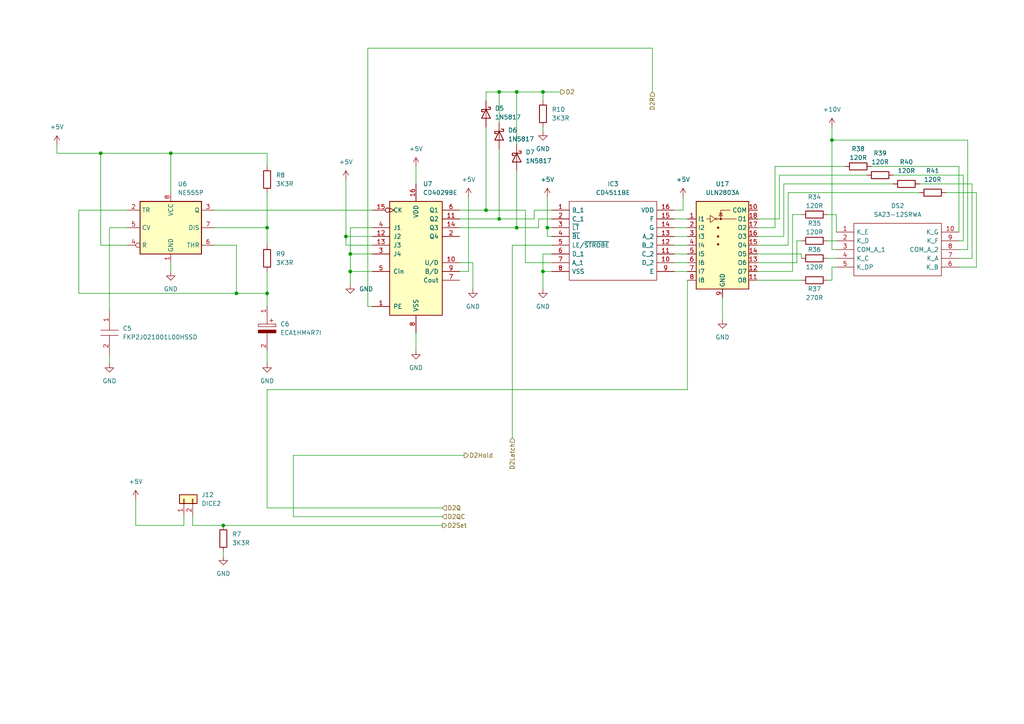
<source format=kicad_sch>
(kicad_sch (version 20211123) (generator eeschema)
  (paper "A4")
  (lib_symbols
    (symbol "4xxx:4029" (pin_names (offset 1.016))
      (property "Reference" "U" (at -7.62 16.51 0))
      (property "Value" "4029" (at -7.62 -19.05 0))
      (symbol "4029_1_0"
        (pin input line (at -12.7 -15.24 0) (length 5.08) (name "PE") (number "1"))
        (pin input line (at 12.7 -2.54 180) (length 5.08) (name "U/D") (number "10"))
        (pin output line (at 12.7 10.16 180) (length 5.08) (name "Q2") (number "11"))
        (pin input line (at -12.7 5.08 0) (length 5.08) (name "J2") (number "12"))
        (pin input line (at -12.7 2.54 0) (length 5.08) (name "J3") (number "13"))
        (pin output line (at 12.7 7.62 180) (length 5.08) (name "Q3") (number "14"))
        (pin input inverted_clock (at -12.7 12.7 0) (length 5.08) (name "CK") (number "15"))
        (pin power_in line (at 0 20.32 270) (length 5.08) (name "VDD") (number "16"))
        (pin output line (at 12.7 5.08 180) (length 5.08) (name "Q4") (number "2"))
        (pin input line (at -12.7 0 0) (length 5.08) (name "J4") (number "3"))
        (pin input line (at -12.7 7.62 0) (length 5.08) (name "J1") (number "4"))
        (pin input line (at -12.7 -5.08 0) (length 5.08) (name "Cin") (number "5"))
        (pin output line (at 12.7 12.7 180) (length 5.08) (name "Q1") (number "6"))
        (pin output line (at 12.7 -7.62 180) (length 5.08) (name "Cout") (number "7"))
        (pin power_in line (at 0 -22.86 90) (length 5.08) (name "VSS") (number "8"))
        (pin input line (at 12.7 -5.08 180) (length 5.08) (name "B/D") (number "9"))
      )
      (symbol "4029_1_1"
        (rectangle (start -7.62 15.24) (end 7.62 -17.78) (stroke (width 0.254)) (fill (type background)))
      )
    )
    (symbol "Connector_Generic:Conn_01x02" (pin_names (offset 1.016) hide)
      (property "Reference" "J" (at 0 2.54 0))
      (property "Value" "Conn_01x02" (at 0 -5.08 0))
      (symbol "Conn_01x02_1_1"
        (rectangle (start -1.27 -2.413) (end 0 -2.667) (stroke (width 0.1524)))
        (rectangle (start -1.27 0.127) (end 0 -0.127) (stroke (width 0.1524)))
        (rectangle (start -1.27 1.27) (end 1.27 -3.81) (stroke (width 0.254)) (fill (type background)))
        (pin passive line (at -5.08 0 0) (length 3.81) (name "Pin_1") (number "1"))
        (pin passive line (at -5.08 -2.54 0) (length 3.81) (name "Pin_2") (number "2"))
      )
    )
    (symbol "Device:R" (pin_numbers hide) (pin_names (offset 0))
      (property "Reference" "R" (at 2.032 0 90))
      (property "Value" "R" (at 0 0 90))
      (symbol "R_0_1"
        (rectangle (start -1.016 -2.54) (end 1.016 2.54) (stroke (width 0.254)))
      )
      (symbol "R_1_1"
        (pin passive line (at 0 3.81 270) (length 1.27) (name "~") (number "1"))
        (pin passive line (at 0 -3.81 90) (length 1.27) (name "~") (number "2"))
      )
    )
    (symbol "Diode:1N5817" (pin_numbers hide) (pin_names (offset 1.016) hide)
      (property "Reference" "D" (at 0 2.54 0))
      (property "Value" "1N5817" (at 0 -2.54 0))
      (symbol "1N5817_0_1"
        (polyline (pts (xy 1.27 0) (xy -1.27 0)))
        (polyline (pts (xy 1.27 1.27) (xy 1.27 -1.27) (xy -1.27 0) (xy 1.27 1.27)) (stroke (width 0.254)))
        (polyline (pts (xy -1.905 0.635) (xy -1.905 1.27) (xy -1.27 1.27) (xy -1.27 -1.27) (xy -0.635 -1.27) (xy -0.635 -0.635)) (stroke (width 0.254)))
      )
      (symbol "1N5817_1_1"
        (pin passive line (at -3.81 0 0) (length 2.54) (name "K") (number "1"))
        (pin passive line (at 3.81 0 180) (length 2.54) (name "A") (number "2"))
      )
    )
    (symbol "SamacSys_Parts:CD4511BE" (pin_names (offset 0.762))
      (property "Reference" "IC" (at 31.75 7.62 0))
      (property "Value" "CD4511BE" (at 31.75 5.08 0))
      (symbol "CD4511BE_0_0"
        (pin passive line (at 0 0 0) (length 5.08) (name "B_1") (number "1"))
        (pin passive line (at 35.56 -15.24 180) (length 5.08) (name "D_2") (number "10"))
        (pin passive line (at 35.56 -12.7 180) (length 5.08) (name "C_2") (number "11"))
        (pin passive line (at 35.56 -10.16 180) (length 5.08) (name "B_2") (number "12"))
        (pin passive line (at 35.56 -7.62 180) (length 5.08) (name "A_2") (number "13"))
        (pin passive line (at 35.56 -5.08 180) (length 5.08) (name "G") (number "14"))
        (pin passive line (at 35.56 -2.54 180) (length 5.08) (name "F") (number "15"))
        (pin passive line (at 35.56 0 180) (length 5.08) (name "VDD") (number "16"))
        (pin passive line (at 0 -2.54 0) (length 5.08) (name "C_1") (number "2"))
        (pin passive line (at 0 -5.08 0) (length 5.08) (name "~{LT}") (number "3"))
        (pin passive line (at 0 -7.62 0) (length 5.08) (name "~{BL}") (number "4"))
        (pin passive line (at 0 -10.16 0) (length 5.08) (name "LE/~{STROBE}") (number "5"))
        (pin passive line (at 0 -12.7 0) (length 5.08) (name "D_1") (number "6"))
        (pin passive line (at 0 -15.24 0) (length 5.08) (name "A_1") (number "7"))
        (pin passive line (at 0 -17.78 0) (length 5.08) (name "VSS") (number "8"))
        (pin passive line (at 35.56 -17.78 180) (length 5.08) (name "E") (number "9"))
      )
      (symbol "CD4511BE_0_1"
        (polyline (pts (xy 5.08 2.54) (xy 30.48 2.54) (xy 30.48 -20.32) (xy 5.08 -20.32) (xy 5.08 2.54)) (stroke (width 0.1524)))
      )
    )
    (symbol "SamacSys_Parts:ECA1HM4R7I" (pin_names (offset 0.762))
      (property "Reference" "C" (at 8.89 6.35 0))
      (property "Value" "ECA1HM4R7I" (at 8.89 3.81 0))
      (symbol "ECA1HM4R7I_0_0"
        (pin passive line (at 0 0 0) (length 2.54) (name "~") (number "1"))
        (pin passive line (at 12.7 0 180) (length 2.54) (name "~") (number "2"))
      )
      (symbol "ECA1HM4R7I_0_1"
        (polyline (pts (xy 2.54 0) (xy 5.08 0)) (stroke (width 0.1524)))
        (polyline (pts (xy 4.064 1.778) (xy 4.064 0.762)) (stroke (width 0.1524)))
        (polyline (pts (xy 4.572 1.27) (xy 3.556 1.27)) (stroke (width 0.1524)))
        (polyline (pts (xy 7.62 0) (xy 10.16 0)) (stroke (width 0.1524)))
        (polyline (pts (xy 5.08 2.54) (xy 5.08 -2.54) (xy 5.842 -2.54) (xy 5.842 2.54) (xy 5.08 2.54)) (stroke (width 0.1524)))
        (polyline (pts (xy 7.62 2.54) (xy 7.62 -2.54) (xy 6.858 -2.54) (xy 6.858 2.54) (xy 7.62 2.54)) (stroke (width 0.254)) (fill (type outline)))
      )
    )
    (symbol "SamacSys_Parts:FKP2J021001L00HSSD" (pin_names (offset 0.762))
      (property "Reference" "C" (at 8.89 6.35 0))
      (property "Value" "FKP2J021001L00HSSD" (at 8.89 3.81 0))
      (symbol "FKP2J021001L00HSSD_0_0"
        (pin passive line (at 0 0 0) (length 5.08) (name "~") (number "1"))
        (pin passive line (at 12.7 0 180) (length 5.08) (name "~") (number "2"))
      )
      (symbol "FKP2J021001L00HSSD_0_1"
        (polyline (pts (xy 5.08 0) (xy 5.588 0)) (stroke (width 0.1524)))
        (polyline (pts (xy 5.588 2.54) (xy 5.588 -2.54)) (stroke (width 0.1524)))
        (polyline (pts (xy 7.112 0) (xy 7.62 0)) (stroke (width 0.1524)))
        (polyline (pts (xy 7.112 2.54) (xy 7.112 -2.54)) (stroke (width 0.1524)))
      )
    )
    (symbol "Timer:NE555P"
      (property "Reference" "U" (at -10.16 8.89 0))
      (property "Value" "NE555P" (at 2.54 8.89 0))
      (symbol "NE555P_0_0"
        (pin power_in line (at 0 -10.16 90) (length 2.54) (name "GND") (number "1"))
        (pin power_in line (at 0 10.16 270) (length 2.54) (name "VCC") (number "8"))
      )
      (symbol "NE555P_0_1"
        (rectangle (start -8.89 -7.62) (end 8.89 7.62) (stroke (width 0.254)) (fill (type background)))
        (rectangle (start -8.89 -7.62) (end 8.89 7.62) (stroke (width 0.254)) (fill (type background)))
      )
      (symbol "NE555P_1_1"
        (pin input line (at -12.7 5.08 0) (length 3.81) (name "TR") (number "2"))
        (pin output line (at 12.7 5.08 180) (length 3.81) (name "Q") (number "3"))
        (pin input inverted (at -12.7 -5.08 0) (length 3.81) (name "R") (number "4"))
        (pin input line (at -12.7 0 0) (length 3.81) (name "CV") (number "5"))
        (pin input line (at 12.7 -5.08 180) (length 3.81) (name "THR") (number "6"))
        (pin input line (at 12.7 0 180) (length 3.81) (name "DIS") (number "7"))
      )
    )
    (symbol "Transistor_Array:ULN2803A"
      (property "Reference" "U" (at 0 13.335 0))
      (property "Value" "ULN2803A" (at 0 11.43 0))
      (symbol "ULN2803A_0_1"
        (rectangle (start -7.62 -15.24) (end 7.62 10.16) (stroke (width 0.254)) (fill (type background)))
        (circle (center -1.778 5.08) (radius 0.254))
        (circle (center -1.27 -2.286) (radius 0.254) (fill (type outline)))
        (circle (center -1.27 0) (radius 0.254) (fill (type outline)))
        (circle (center -1.27 2.54) (radius 0.254) (fill (type outline)))
        (circle (center -0.508 5.08) (radius 0.254) (fill (type outline)))
        (polyline (pts (xy -4.572 5.08) (xy -3.556 5.08)))
        (polyline (pts (xy -1.524 5.08) (xy 4.064 5.08)))
        (polyline (pts (xy 0 6.731) (xy -1.016 6.731)))
        (polyline (pts (xy -0.508 5.08) (xy -0.508 7.62) (xy 2.286 7.62)))
        (polyline (pts (xy -3.556 6.096) (xy -3.556 4.064) (xy -2.032 5.08) (xy -3.556 6.096)))
        (polyline (pts (xy 0 5.969) (xy -1.016 5.969) (xy -0.508 6.731) (xy 0 5.969)))
      )
      (symbol "ULN2803A_1_1"
        (pin input line (at -10.16 5.08 0) (length 2.54) (name "I1") (number "1"))
        (pin passive line (at 10.16 7.62 180) (length 2.54) (name "COM") (number "10"))
        (pin open_collector line (at 10.16 -12.7 180) (length 2.54) (name "O8") (number "11"))
        (pin open_collector line (at 10.16 -10.16 180) (length 2.54) (name "O7") (number "12"))
        (pin open_collector line (at 10.16 -7.62 180) (length 2.54) (name "O6") (number "13"))
        (pin open_collector line (at 10.16 -5.08 180) (length 2.54) (name "O5") (number "14"))
        (pin open_collector line (at 10.16 -2.54 180) (length 2.54) (name "O4") (number "15"))
        (pin open_collector line (at 10.16 0 180) (length 2.54) (name "O3") (number "16"))
        (pin open_collector line (at 10.16 2.54 180) (length 2.54) (name "O2") (number "17"))
        (pin open_collector line (at 10.16 5.08 180) (length 2.54) (name "O1") (number "18"))
        (pin input line (at -10.16 2.54 0) (length 2.54) (name "I2") (number "2"))
        (pin input line (at -10.16 0 0) (length 2.54) (name "I3") (number "3"))
        (pin input line (at -10.16 -2.54 0) (length 2.54) (name "I4") (number "4"))
        (pin input line (at -10.16 -5.08 0) (length 2.54) (name "I5") (number "5"))
        (pin input line (at -10.16 -7.62 0) (length 2.54) (name "I6") (number "6"))
        (pin input line (at -10.16 -10.16 0) (length 2.54) (name "I7") (number "7"))
        (pin input line (at -10.16 -12.7 0) (length 2.54) (name "I8") (number "8"))
        (pin power_in line (at 0 -17.78 90) (length 2.54) (name "GND") (number "9"))
      )
    )
    (symbol "power:+10V" (power) (pin_names (offset 0))
      (property "Value" "+10V" (at 0 3.556 0))
      (symbol "+10V_0_1"
        (polyline (pts (xy -0.762 1.27) (xy 0 2.54)))
        (polyline (pts (xy 0 0) (xy 0 2.54)))
        (polyline (pts (xy 0 2.54) (xy 0.762 1.27)))
      )
      (symbol "+10V_1_1"
        (pin power_in line (at 0 0 90) (length 0) hide (name "+10V") (number "1"))
      )
    )
    (symbol "power:+5V" (power) (pin_names (offset 0))
      (property "Value" "+5V" (at 0 3.556 0))
      (symbol "+5V_0_1"
        (polyline (pts (xy -0.762 1.27) (xy 0 2.54)))
        (polyline (pts (xy 0 0) (xy 0 2.54)))
        (polyline (pts (xy 0 2.54) (xy 0.762 1.27)))
      )
      (symbol "+5V_1_1"
        (pin power_in line (at 0 0 90) (length 0) hide (name "+5V") (number "1"))
      )
    )
    (symbol "power:GND" (power) (pin_names (offset 0))
      (property "Value" "GND" (at 0 -3.81 0))
      (symbol "GND_0_1"
        (polyline (pts (xy 0 0) (xy 0 -1.27) (xy 1.27 -1.27) (xy 0 -2.54) (xy -1.27 -1.27) (xy 0 -1.27)))
      )
      (symbol "GND_1_1"
        (pin power_in line (at 0 0 270) (length 0) hide (name "GND") (number "1"))
      )
    )
    (symbol "self:SA23-12SRWA" (pin_names (offset 0.762))
      (property "Reference" "DS2" (at 17.78 7.62 0))
      (property "Value" "SA23-12SRWA" (at 17.78 5.08 0))
      (symbol "SA23-12SRWA_0_0"
        (pin passive line (at 0 0 0) (length 5.08) (name "K_E") (number "1"))
        (pin passive line (at 35.56 0 180) (length 5.08) (name "K_G") (number "10"))
        (pin passive line (at 0 -2.54 0) (length 5.08) (name "K_D") (number "2"))
        (pin passive line (at 0 -5.08 0) (length 5.08) (name "COM_A_1") (number "3"))
        (pin passive line (at 0 -7.62 0) (length 5.08) (name "K_C") (number "4"))
        (pin passive line (at 0 -10.16 0) (length 5.08) (name "K_DP") (number "5"))
        (pin passive line (at 35.56 -10.16 180) (length 5.08) (name "K_B") (number "6"))
        (pin passive line (at 35.56 -7.62 180) (length 5.08) (name "K_A") (number "7"))
        (pin passive line (at 35.56 -5.08 180) (length 5.08) (name "COM_A_2") (number "8"))
        (pin passive line (at 35.56 -2.54 180) (length 5.08) (name "K_F") (number "9"))
      )
      (symbol "SA23-12SRWA_0_1"
        (polyline (pts (xy 5.08 2.54) (xy 30.48 2.54) (xy 30.48 -12.7) (xy 5.08 -12.7) (xy 5.08 2.54)) (stroke (width 0.1524)))
      )
    )
  )
  (junction (at 157.48 26.67))
  (junction (at 101.6 73.66))
  (junction (at 149.86 66.04))
  (junction (at 100.33 68.58))
  (junction (at 49.53 44.45))
  (junction (at 77.47 85.09))
  (junction (at 149.86 26.67))
  (junction (at 140.97 60.96))
  (junction (at 77.47 66.04))
  (junction (at 64.77 152.4))
  (junction (at 158.75 66.04))
  (junction (at 157.48 78.74))
  (junction (at 68.58 85.09))
  (junction (at 101.6 78.74))
  (junction (at 241.3 40.64))
  (junction (at 144.78 26.67))
  (junction (at 29.21 44.45))
  (junction (at 144.78 63.5))
  (wire (pts (xy 199.39 78.74) (xy 195.58 78.74)))
  (wire (pts (xy 144.78 26.67) (xy 149.86 26.67)))
  (wire (pts (xy 77.47 66.04) (xy 77.47 71.12)))
  (wire (pts (xy 149.86 26.67) (xy 157.48 26.67)))
  (wire (pts (xy 133.35 60.96) (xy 140.97 60.96)))
  (wire (pts (xy 101.6 78.74) (xy 107.95 78.74)))
  (wire (pts (xy 227.33 53.34) (xy 227.33 68.58)))
  (wire (pts (xy 232.41 73.66) (xy 219.71 73.66)))
  (wire (pts (xy 55.88 152.4) (xy 55.88 149.86)))
  (wire (pts (xy 64.77 152.4) (xy 128.27 152.4)))
  (wire (pts (xy 55.88 152.4) (xy 64.77 152.4)))
  (wire (pts (xy 224.79 66.04) (xy 219.71 66.04)))
  (wire (pts (xy 156.21 63.5) (xy 160.02 63.5)))
  (wire (pts (xy 77.47 85.09) (xy 68.58 85.09)))
  (wire (pts (xy 224.79 48.26) (xy 224.79 66.04)))
  (wire (pts (xy 49.53 44.45) (xy 49.53 55.88)))
  (wire (pts (xy 158.75 66.04) (xy 160.02 66.04)))
  (wire (pts (xy 281.94 53.34) (xy 266.7 53.34)))
  (wire (pts (xy 149.86 41.91) (xy 149.86 26.67)))
  (wire (pts (xy 228.6 55.88) (xy 228.6 71.12)))
  (wire (pts (xy 219.71 81.28) (xy 232.41 81.28)))
  (wire (pts (xy 106.68 13.97) (xy 106.68 88.9)))
  (wire (pts (xy 77.47 78.74) (xy 77.47 85.09)))
  (wire (pts (xy 157.48 78.74) (xy 157.48 83.82)))
  (wire (pts (xy 231.14 76.2) (xy 219.71 76.2)))
  (wire (pts (xy 49.53 44.45) (xy 77.47 44.45)))
  (wire (pts (xy 144.78 35.56) (xy 144.78 26.67)))
  (wire (pts (xy 100.33 52.07) (xy 100.33 68.58)))
  (wire (pts (xy 68.58 71.12) (xy 68.58 85.09)))
  (wire (pts (xy 120.65 48.26) (xy 120.65 53.34)))
  (wire (pts (xy 135.89 78.74) (xy 133.35 78.74)))
  (wire (pts (xy 199.39 73.66) (xy 195.58 73.66)))
  (wire (pts (xy 279.4 50.8) (xy 259.08 50.8)))
  (wire (pts (xy 242.57 62.23) (xy 242.57 67.31)))
  (wire (pts (xy 77.47 147.32) (xy 77.47 113.03)))
  (wire (pts (xy 16.51 44.45) (xy 29.21 44.45)))
  (wire (pts (xy 53.34 149.86) (xy 53.34 152.4)))
  (wire (pts (xy 49.53 76.2) (xy 49.53 78.74)))
  (wire (pts (xy 39.37 152.4) (xy 53.34 152.4)))
  (wire (pts (xy 158.75 68.58) (xy 158.75 66.04)))
  (wire (pts (xy 198.12 60.96) (xy 195.58 60.96)))
  (wire (pts (xy 144.78 43.18) (xy 144.78 63.5)))
  (wire (pts (xy 240.03 62.23) (xy 242.57 62.23)))
  (wire (pts (xy 62.23 60.96) (xy 107.95 60.96)))
  (wire (pts (xy 160.02 68.58) (xy 158.75 68.58)))
  (wire (pts (xy 278.13 74.93) (xy 281.94 74.93)))
  (wire (pts (xy 133.35 66.04) (xy 149.86 66.04)))
  (wire (pts (xy 240.03 81.28) (xy 241.3 81.28)))
  (wire (pts (xy 77.47 85.09) (xy 77.47 88.9)))
  (wire (pts (xy 227.33 68.58) (xy 219.71 68.58)))
  (wire (pts (xy 245.11 48.26) (xy 224.79 48.26)))
  (wire (pts (xy 100.33 71.12) (xy 100.33 68.58)))
  (wire (pts (xy 140.97 29.21) (xy 140.97 26.67)))
  (wire (pts (xy 77.47 147.32) (xy 128.27 147.32)))
  (wire (pts (xy 62.23 66.04) (xy 77.47 66.04)))
  (wire (pts (xy 140.97 26.67) (xy 144.78 26.67)))
  (wire (pts (xy 29.21 71.12) (xy 29.21 44.45)))
  (wire (pts (xy 16.51 41.91) (xy 16.51 44.45)))
  (wire (pts (xy 228.6 71.12) (xy 219.71 71.12)))
  (wire (pts (xy 36.83 71.12) (xy 29.21 71.12)))
  (wire (pts (xy 232.41 74.93) (xy 232.41 73.66)))
  (wire (pts (xy 241.3 77.47) (xy 241.3 81.28)))
  (wire (pts (xy 232.41 69.85) (xy 231.14 69.85)))
  (wire (pts (xy 64.77 160.02) (xy 64.77 161.29)))
  (wire (pts (xy 226.06 63.5) (xy 219.71 63.5)))
  (wire (pts (xy 199.39 63.5) (xy 195.58 63.5)))
  (wire (pts (xy 242.57 74.93) (xy 240.03 74.93)))
  (wire (pts (xy 229.87 62.23) (xy 229.87 78.74)))
  (wire (pts (xy 157.48 26.67) (xy 162.56 26.67)))
  (wire (pts (xy 266.7 55.88) (xy 228.6 55.88)))
  (wire (pts (xy 68.58 85.09) (xy 22.86 85.09)))
  (wire (pts (xy 100.33 68.58) (xy 107.95 68.58)))
  (wire (pts (xy 148.59 71.12) (xy 148.59 127)))
  (wire (pts (xy 231.14 69.85) (xy 231.14 76.2)))
  (wire (pts (xy 232.41 62.23) (xy 229.87 62.23)))
  (wire (pts (xy 242.57 69.85) (xy 240.03 69.85)))
  (wire (pts (xy 144.78 63.5) (xy 154.94 63.5)))
  (wire (pts (xy 137.16 76.2) (xy 133.35 76.2)))
  (wire (pts (xy 107.95 88.9) (xy 106.68 88.9)))
  (wire (pts (xy 149.86 66.04) (xy 156.21 66.04)))
  (wire (pts (xy 77.47 44.45) (xy 77.47 48.26)))
  (wire (pts (xy 198.12 57.15) (xy 198.12 60.96)))
  (wire (pts (xy 85.09 132.08) (xy 85.09 149.86)))
  (wire (pts (xy 156.21 66.04) (xy 156.21 63.5)))
  (wire (pts (xy 199.39 81.28) (xy 199.39 113.03)))
  (wire (pts (xy 242.57 77.47) (xy 241.3 77.47)))
  (wire (pts (xy 226.06 50.8) (xy 226.06 63.5)))
  (wire (pts (xy 283.21 55.88) (xy 274.32 55.88)))
  (wire (pts (xy 241.3 72.39) (xy 242.57 72.39)))
  (wire (pts (xy 280.67 40.64) (xy 241.3 40.64)))
  (wire (pts (xy 62.23 71.12) (xy 68.58 71.12)))
  (wire (pts (xy 140.97 36.83) (xy 140.97 60.96)))
  (wire (pts (xy 31.75 66.04) (xy 36.83 66.04)))
  (wire (pts (xy 154.94 63.5) (xy 154.94 60.96)))
  (wire (pts (xy 22.86 85.09) (xy 22.86 60.96)))
  (wire (pts (xy 101.6 82.55) (xy 101.6 78.74)))
  (wire (pts (xy 107.95 66.04) (xy 101.6 66.04)))
  (wire (pts (xy 77.47 101.6) (xy 77.47 105.41)))
  (wire (pts (xy 189.23 13.97) (xy 189.23 26.67)))
  (wire (pts (xy 140.97 60.96) (xy 152.4 60.96)))
  (wire (pts (xy 101.6 66.04) (xy 101.6 73.66)))
  (wire (pts (xy 199.39 76.2) (xy 195.58 76.2)))
  (wire (pts (xy 77.47 113.03) (xy 199.39 113.03)))
  (wire (pts (xy 22.86 60.96) (xy 36.83 60.96)))
  (wire (pts (xy 157.48 73.66) (xy 157.48 78.74)))
  (wire (pts (xy 29.21 44.45) (xy 49.53 44.45)))
  (wire (pts (xy 135.89 57.15) (xy 135.89 78.74)))
  (wire (pts (xy 158.75 57.15) (xy 158.75 66.04)))
  (wire (pts (xy 39.37 144.78) (xy 39.37 152.4)))
  (wire (pts (xy 259.08 53.34) (xy 227.33 53.34)))
  (wire (pts (xy 133.35 63.5) (xy 144.78 63.5)))
  (wire (pts (xy 241.3 40.64) (xy 241.3 72.39)))
  (wire (pts (xy 189.23 13.97) (xy 106.68 13.97)))
  (wire (pts (xy 148.59 71.12) (xy 160.02 71.12)))
  (wire (pts (xy 279.4 69.85) (xy 279.4 50.8)))
  (wire (pts (xy 157.48 78.74) (xy 160.02 78.74)))
  (wire (pts (xy 101.6 73.66) (xy 107.95 73.66)))
  (wire (pts (xy 251.46 50.8) (xy 226.06 50.8)))
  (wire (pts (xy 278.13 67.31) (xy 278.13 48.26)))
  (wire (pts (xy 160.02 73.66) (xy 157.48 73.66)))
  (wire (pts (xy 199.39 71.12) (xy 195.58 71.12)))
  (wire (pts (xy 199.39 66.04) (xy 195.58 66.04)))
  (wire (pts (xy 31.75 102.87) (xy 31.75 105.41)))
  (wire (pts (xy 241.3 36.83) (xy 241.3 40.64)))
  (wire (pts (xy 199.39 68.58) (xy 195.58 68.58)))
  (wire (pts (xy 152.4 60.96) (xy 152.4 76.2)))
  (wire (pts (xy 283.21 77.47) (xy 283.21 55.88)))
  (wire (pts (xy 278.13 69.85) (xy 279.4 69.85)))
  (wire (pts (xy 280.67 72.39) (xy 280.67 40.64)))
  (wire (pts (xy 77.47 55.88) (xy 77.47 66.04)))
  (wire (pts (xy 157.48 36.83) (xy 157.48 38.1)))
  (wire (pts (xy 85.09 132.08) (xy 134.62 132.08)))
  (wire (pts (xy 278.13 72.39) (xy 280.67 72.39)))
  (wire (pts (xy 31.75 90.17) (xy 31.75 66.04)))
  (wire (pts (xy 209.55 86.36) (xy 209.55 92.71)))
  (wire (pts (xy 154.94 60.96) (xy 160.02 60.96)))
  (wire (pts (xy 101.6 78.74) (xy 101.6 73.66)))
  (wire (pts (xy 281.94 74.93) (xy 281.94 53.34)))
  (wire (pts (xy 229.87 78.74) (xy 219.71 78.74)))
  (wire (pts (xy 278.13 48.26) (xy 252.73 48.26)))
  (wire (pts (xy 157.48 26.67) (xy 157.48 29.21)))
  (wire (pts (xy 137.16 76.2) (xy 137.16 83.82)))
  (wire (pts (xy 278.13 77.47) (xy 283.21 77.47)))
  (wire (pts (xy 85.09 149.86) (xy 128.27 149.86)))
  (wire (pts (xy 120.65 96.52) (xy 120.65 101.6)))
  (wire (pts (xy 152.4 76.2) (xy 160.02 76.2)))
  (wire (pts (xy 107.95 71.12) (xy 100.33 71.12)))
  (wire (pts (xy 149.86 49.53) (xy 149.86 66.04)))
  (hierarchical_label "D2QC" (shape input) (at 128.27 149.86 0))
  (hierarchical_label "D2Q" (shape input) (at 128.27 147.32 0))
  (hierarchical_label "D2R" (shape input) (at 189.23 26.67 270))
  (hierarchical_label "D2Set" (shape output) (at 128.27 152.4 0))
  (hierarchical_label "D2" (shape output) (at 162.56 26.67 0))
  (hierarchical_label "D2Latch" (shape input) (at 148.59 127 270))
  (hierarchical_label "D2Hold" (shape output) (at 134.62 132.08 0))
  (symbol (lib_id "Diode:1N5817") (at 144.78 39.37 270) (unit 1)
    (property "Reference" "D6" (at 147.32 37.7824 90) (effects (justify left)))
    (property "Value" "1N5817" (at 147.32 40.3224 90) (effects (justify left)))
    (property "Footprint" "Diode_THT:D_DO-41_SOD81_P10.16mm_Horizontal" (effects hide))
    (property "Datasheet" "http://www.vishay.com/docs/88525/1n5817.pdf" (effects hide))
  )
  (symbol (lib_id "power:+5V") (at 39.37 144.78 0) (unit 1)
    (property "Reference" "#PWR0145" (effects hide))
    (property "Value" "+5V" (at 39.37 139.7 0))
  )
  (symbol (lib_id "power:+5V") (at 158.75 57.15 0) (unit 1)
    (property "Reference" "#PWR0135" (effects hide))
    (property "Value" "+5V" (at 158.75 52.07 0))
  )
  (symbol (lib_id "SamacSys_Parts:CD4511BE") (at 160.02 60.96 0) (unit 1)
    (property "Reference" "IC3" (at 177.8 53.34 0))
    (property "Value" "CD4511BE" (at 177.8 55.88 0))
    (property "Footprint" "DIP794W53P254L1930H508Q16N" (effects hide))
    (property "Datasheet" "http://www.ti.com/lit/gpn/cd4511b" (effects hide))
    (property "Description" "CMOS BCD-to-7-Segment LED Latch Decoder Drivers" (effects hide))
    (property "Height" "5.08" (effects hide))
    (property "Manufacturer_Name" "Texas Instruments" (effects hide))
    (property "Manufacturer_Part_Number" "CD4511BE" (effects hide))
    (property "Mouser Part Number" "595-CD4511BE" (effects hide))
    (property "Mouser Price/Stock" "https://www.mouser.co.uk/ProductDetail/Texas-Instruments/CD4511BE?qs=pt%2FIv5r0EPdhGGYgwfpYEw%3D%3D" (effects hide))
    (property "Arrow Part Number" "CD4511BE" (effects hide))
    (property "Arrow Price/Stock" "https://www.arrow.com/en/products/cd4511be/texas-instruments?region=nac" (effects hide))
  )
  (symbol (lib_id "SamacSys_Parts:ECA1HM4R7I") (at 77.47 88.9 270) (unit 1)
    (property "Reference" "C6" (at 81.28 93.9799 90) (effects (justify left)))
    (property "Value" "ECA1HM4R7I" (at 81.28 96.5199 90) (effects (justify left)))
    (property "Footprint" "CAPPRD200W55D525H1200" (effects hide))
    (property "Datasheet" "http://industrial.panasonic.com/cdbs/www-data/pdf/RDF0000/ABA0000C1218.pdf" (effects hide))
    (property "Description" "PANASONIC - ECA1HM4R7I - Electrolytic Capacitor, 4.7 F, 50 V, M Series, +/- 20%, Radial Leaded, 5 mm" (effects hide))
    (property "Height" "12" (effects hide))
    (property "Manufacturer_Name" "Panasonic" (effects hide))
    (property "Manufacturer_Part_Number" "ECA1HM4R7I" (effects hide))
  )
  (symbol (lib_id "power:GND") (at 157.48 38.1 0) (unit 1)
    (property "Reference" "#PWR0134" (effects hide))
    (property "Value" "GND" (at 157.48 43.18 0))
  )
  (symbol (lib_id "Device:R") (at 77.47 74.93 0) (unit 1)
    (property "Reference" "R9" (at 80.01 73.6599 0) (effects (justify left)))
    (property "Value" "3K3R" (at 80.01 76.1999 0) (effects (justify left)))
    (property "Footprint" "Resistor_THT:R_Axial_DIN0207_L6.3mm_D2.5mm_P10.16mm_Horizontal" (effects hide))
  )
  (symbol (lib_id "Device:R") (at 64.77 156.21 0) (unit 1)
    (property "Reference" "R7" (at 67.31 154.9399 0) (effects (justify left)))
    (property "Value" "3K3R" (at 67.31 157.4799 0) (effects (justify left)))
    (property "Footprint" "Resistor_THT:R_Axial_DIN0207_L6.3mm_D2.5mm_P10.16mm_Horizontal" (effects hide))
  )
  (symbol (lib_id "Device:R") (at 77.47 52.07 0) (unit 1)
    (property "Reference" "R8" (at 80.01 50.7999 0) (effects (justify left)))
    (property "Value" "3K3R" (at 80.01 53.3399 0) (effects (justify left)))
    (property "Footprint" "Resistor_THT:R_Axial_DIN0207_L6.3mm_D2.5mm_P10.16mm_Horizontal" (effects hide))
  )
  (symbol (lib_id "Device:R") (at 262.89 53.34 90) (unit 1)
    (property "Reference" "R40" (at 262.89 46.99 90))
    (property "Value" "120R" (at 262.89 49.53 90))
    (property "Footprint" "Resistor_THT:R_Axial_DIN0207_L6.3mm_D2.5mm_P10.16mm_Horizontal" (effects hide))
  )
  (symbol (lib_id "Device:R") (at 236.22 74.93 90) (unit 1)
    (property "Reference" "R36" (at 236.22 72.39 90))
    (property "Value" "120R" (at 236.22 77.47 90))
    (property "Footprint" "Resistor_THT:R_Axial_DIN0207_L6.3mm_D2.5mm_P10.16mm_Horizontal" (effects hide))
  )
  (symbol (lib_id "Device:R") (at 236.22 62.23 90) (unit 1)
    (property "Reference" "R34" (at 236.22 57.15 90))
    (property "Value" "120R" (at 236.22 59.69 90))
    (property "Footprint" "Resistor_THT:R_Axial_DIN0207_L6.3mm_D2.5mm_P10.16mm_Horizontal" (effects hide))
  )
  (symbol (lib_id "power:GND") (at 209.55 92.71 0) (unit 1)
    (property "Reference" "#PWR06" (effects hide))
    (property "Value" "GND" (at 209.55 97.79 0))
  )
  (symbol (lib_id "Device:R") (at 270.51 55.88 90) (unit 1)
    (property "Reference" "R41" (at 270.51 49.53 90))
    (property "Value" "120R" (at 270.51 52.07 90))
    (property "Footprint" "Resistor_THT:R_Axial_DIN0207_L6.3mm_D2.5mm_P10.16mm_Horizontal" (effects hide))
  )
  (symbol (lib_id "power:GND") (at 64.77 161.29 0) (unit 1)
    (property "Reference" "#PWR0144" (effects hide))
    (property "Value" "GND" (at 64.77 166.37 0))
  )
  (symbol (lib_id "power:+5V") (at 16.51 41.91 0) (unit 1)
    (property "Reference" "#PWR0136" (effects hide))
    (property "Value" "+5V" (at 16.51 36.83 0))
  )
  (symbol (lib_id "Transistor_Array:ULN2803A") (at 209.55 68.58 0) (unit 1)
    (property "Reference" "U17" (at 209.55 53.34 0))
    (property "Value" "ULN2803A" (at 209.55 55.88 0))
    (property "Footprint" "Package_DIP:DIP-18_W7.62mm_LongPads" (effects hide))
    (property "Datasheet" "http://www.ti.com/lit/ds/symlink/uln2803a.pdf" (effects hide))
  )
  (symbol (lib_id "Device:R") (at 157.48 33.02 0) (unit 1)
    (property "Reference" "R10" (at 160.02 31.7499 0) (effects (justify left)))
    (property "Value" "3K3R" (at 160.02 34.2899 0) (effects (justify left)))
    (property "Footprint" "Resistor_THT:R_Axial_DIN0207_L6.3mm_D2.5mm_P10.16mm_Horizontal" (effects hide))
  )
  (symbol (lib_id "Timer:NE555P") (at 49.53 66.04 0) (unit 1)
    (property "Reference" "U6" (at 51.5494 53.34 0) (effects (justify left)))
    (property "Value" "NE555P" (at 51.5494 55.88 0) (effects (justify left)))
    (property "Footprint" "Package_DIP:DIP-8_W7.62mm" (effects hide))
    (property "Datasheet" "http://www.ti.com/lit/ds/symlink/ne555.pdf" (effects hide))
  )
  (symbol (lib_id "Device:R") (at 236.22 81.28 90) (unit 1)
    (property "Reference" "R37" (at 236.22 83.82 90))
    (property "Value" "270R" (at 236.22 86.36 90))
    (property "Footprint" "Resistor_THT:R_Axial_DIN0207_L6.3mm_D2.5mm_P10.16mm_Horizontal" (effects hide))
  )
  (symbol (lib_id "power:GND") (at 49.53 78.74 0) (unit 1)
    (property "Reference" "#PWR0137" (effects hide))
    (property "Value" "GND" (at 49.53 83.82 0))
  )
  (symbol (lib_id "power:GND") (at 137.16 83.82 0) (unit 1)
    (property "Reference" "#PWR0130" (effects hide))
    (property "Value" "GND" (at 137.16 88.9 0))
  )
  (symbol (lib_id "power:GND") (at 31.75 105.41 0) (unit 1)
    (property "Reference" "#PWR0139" (effects hide))
    (property "Value" "GND" (at 31.75 110.49 0))
  )
  (symbol (lib_id "Device:R") (at 248.92 48.26 90) (unit 1)
    (property "Reference" "R38" (at 248.92 43.18 90))
    (property "Value" "120R" (at 248.92 45.72 90))
    (property "Footprint" "Resistor_THT:R_Axial_DIN0207_L6.3mm_D2.5mm_P10.16mm_Horizontal" (effects hide))
  )
  (symbol (lib_id "power:GND") (at 101.6 82.55 0) (unit 1)
    (property "Reference" "#PWR0142" (effects hide))
    (property "Value" "GND" (at 104.14 83.8199 0) (effects (justify left)))
  )
  (symbol (lib_id "power:+5V") (at 120.65 48.26 0) (unit 1)
    (property "Reference" "#PWR0132" (effects hide))
    (property "Value" "+5V" (at 120.65 43.18 0))
  )
  (symbol (lib_id "Device:R") (at 255.27 50.8 90) (unit 1)
    (property "Reference" "R39" (at 255.27 44.45 90))
    (property "Value" "120R" (at 255.27 46.99 90))
    (property "Footprint" "Resistor_THT:R_Axial_DIN0207_L6.3mm_D2.5mm_P10.16mm_Horizontal" (effects hide))
  )
  (symbol (lib_id "Diode:1N5817") (at 149.86 45.72 270) (unit 1)
    (property "Reference" "D7" (at 152.4 44.1324 90) (effects (justify left)))
    (property "Value" "1N5817" (at 152.4 46.6724 90) (effects (justify left)))
    (property "Footprint" "Diode_THT:D_DO-41_SOD81_P10.16mm_Horizontal" (effects hide))
    (property "Datasheet" "http://www.vishay.com/docs/88525/1n5817.pdf" (effects hide))
  )
  (symbol (lib_id "self:SA23-12SRWA") (at 242.57 67.31 0) (unit 1)
    (property "Reference" "DS2" (at 260.35 59.69 0))
    (property "Value" "SA23-12SRWA" (at 260.35 62.23 0))
    (property "Footprint" "SamacSys_Parts:SC2312SRWA" (effects hide))
    (property "Datasheet" "https://www.kingbrightusa.com/images/catalog/SPEC/SC23-12SRWA.pdf" (effects hide))
    (property "Description" "Display Modules - LED Character and Numeric Red 7-Segment 1 Character Common Cathode 7.4V 20mA 2.756\" H x 1.890\" W x 0.472\" D (70.00mm x 48.00mm x 12.00mm) 10-DIP (2.367\", 60.10mm)" (effects hide))
    (property "Height" "12.25" (effects hide))
    (property "Manufacturer_Name" "Kingbright" (effects hide))
    (property "Manufacturer_Part_Number" "SC23-12SRWA" (effects hide))
    (property "Mouser Part Number" "604-SC23-12SRWA" (effects hide))
    (property "Mouser Price/Stock" "https://www.mouser.co.uk/ProductDetail/Kingbright/SC23-12SRWA?qs=DkZGzo4b%252BTJnYJk9gmZJXA%3D%3D" (effects hide))
  )
  (symbol (lib_id "power:+5V") (at 100.33 52.07 0) (unit 1)
    (property "Reference" "#PWR0138" (effects hide))
    (property "Value" "+5V" (at 100.33 46.99 0))
  )
  (symbol (lib_id "Diode:1N5817") (at 140.97 33.02 270) (unit 1)
    (property "Reference" "D5" (at 143.51 31.4324 90) (effects (justify left)))
    (property "Value" "1N5817" (at 143.51 33.9724 90) (effects (justify left)))
    (property "Footprint" "Diode_THT:D_DO-41_SOD81_P10.16mm_Horizontal" (effects hide))
    (property "Datasheet" "http://www.vishay.com/docs/88525/1n5817.pdf" (effects hide))
  )
  (symbol (lib_id "power:+5V") (at 135.89 57.15 0) (unit 1)
    (property "Reference" "#PWR0133" (effects hide))
    (property "Value" "+5V" (at 135.89 52.07 0))
  )
  (symbol (lib_id "SamacSys_Parts:FKP2J021001L00HSSD") (at 31.75 90.17 270) (unit 1)
    (property "Reference" "C5" (at 35.56 95.2499 90) (effects (justify left)))
    (property "Value" "FKP2J021001L00HSSD" (at 35.56 97.7899 90) (effects (justify left)))
    (property "Footprint" "FKP2J021001L00HSSD" (effects hide))
    (property "Datasheet" "https://componentsearchengine.com/Datasheets/1/FKP2J021001L00HSSD.pdf" (effects hide))
    (property "Description" "WIMA - FKP2J021001L00HSSD - CAP, 0.01F, 630V, 3%, PP" (effects hide))
    (property "Height" "10" (effects hide))
    (property "Manufacturer_Name" "WIMA" (effects hide))
    (property "Manufacturer_Part_Number" "FKP2J021001L00HSSD" (effects hide))
    (property "Mouser Part Number" "505-FKP2J021001L00HS" (effects hide))
    (property "Mouser Price/Stock" "https://www.mouser.co.uk/ProductDetail/WIMA/FKP2J021001L00HSSD?qs=WI052HLiD5jG%252BEIGvQYLQw%3D%3D" (effects hide))
  )
  (symbol (lib_id "Connector_Generic:Conn_01x02") (at 53.34 144.78 90) (unit 1)
    (property "Reference" "J12" (at 58.42 143.5099 90) (effects (justify right)))
    (property "Value" "DICE2" (at 58.42 146.0499 90) (effects (justify right)))
    (property "Footprint" "Connector_Wire:SolderWire-0.5sqmm_1x02_P4.6mm_D0.9mm_OD2.1mm" (effects hide))
  )
  (symbol (lib_id "power:+5V") (at 198.12 57.15 0) (unit 1)
    (property "Reference" "#PWR05" (effects hide))
    (property "Value" "+5V" (at 198.12 52.07 0))
  )
  (symbol (lib_id "4xxx:4029") (at 120.65 73.66 0) (unit 1)
    (property "Reference" "U7" (at 122.6694 53.34 0) (effects (justify left)))
    (property "Value" "CD4029BE" (at 122.6694 55.88 0) (effects (justify left)))
    (property "Footprint" "SamacSys_Parts_Legacy:DIP794W53P254L1930H508Q16N" (effects hide))
    (property "Datasheet" "http://www.intersil.com/content/dam/Intersil/documents/cd40/cd4029bms.pdf" (effects hide))
  )
  (symbol (lib_id "power:GND") (at 120.65 101.6 0) (unit 1)
    (property "Reference" "#PWR0143" (effects hide))
    (property "Value" "GND" (at 120.65 106.68 0))
  )
  (symbol (lib_id "Device:R") (at 236.22 69.85 90) (unit 1)
    (property "Reference" "R35" (at 236.22 64.77 90))
    (property "Value" "120R" (at 236.22 67.31 90))
    (property "Footprint" "Resistor_THT:R_Axial_DIN0207_L6.3mm_D2.5mm_P10.16mm_Horizontal" (effects hide))
  )
  (symbol (lib_id "power:+10V") (at 241.3 36.83 0) (unit 1)
    (property "Reference" "#PWR07" (effects hide))
    (property "Value" "+10V" (at 241.3 31.75 0))
  )
  (symbol (lib_id "power:GND") (at 77.47 105.41 0) (unit 1)
    (property "Reference" "#PWR0146" (effects hide))
    (property "Value" "GND" (at 77.47 110.49 0))
  )
  (symbol (lib_id "power:GND") (at 157.48 83.82 0) (unit 1)
    (property "Reference" "#PWR0131" (effects hide))
    (property "Value" "GND" (at 157.48 88.9 0))
  )
)
</source>
